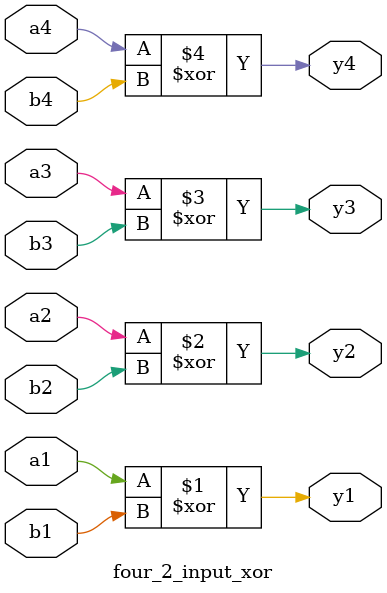
<source format=v>
`timescale 1ns / 1ps

module four_2_input_xor #(parameter DELAY = 10)(
    input wire a1,b1,a2,b2,a3,b3,a4,b4,
    output wire y1,y2,y3,y4
    );
 
    xor #DELAY (y1,a1,b1);
    xor #DELAY (y2,a2,b2);
    xor #DELAY (y3,a3,b3);
    xor #DELAY (y4,a4,b4);   
    
endmodule

</source>
